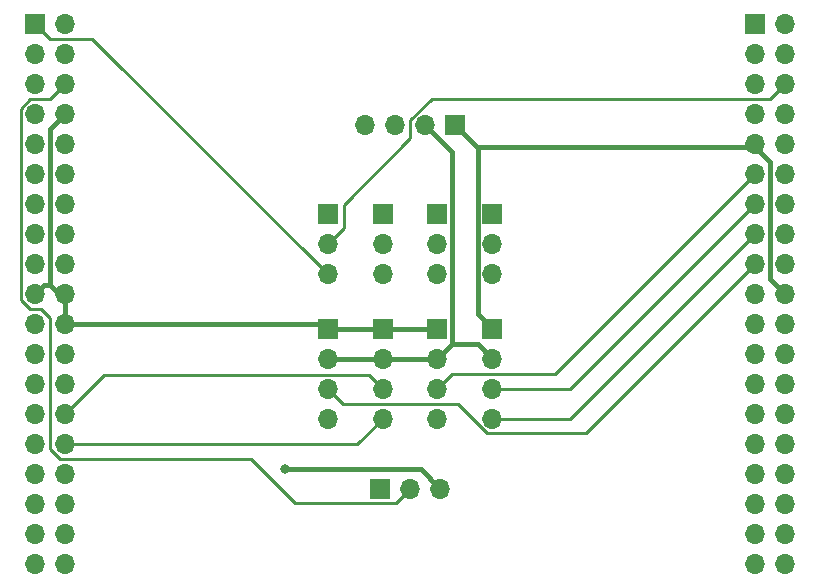
<source format=gbl>
G04 #@! TF.GenerationSoftware,KiCad,Pcbnew,7.0.11+1*
G04 #@! TF.CreationDate,2024-05-23T22:44:02+02:00*
G04 #@! TF.ProjectId,pcb_shield,7063625f-7368-4696-956c-642e6b696361,rev?*
G04 #@! TF.SameCoordinates,Original*
G04 #@! TF.FileFunction,Copper,L2,Bot*
G04 #@! TF.FilePolarity,Positive*
%FSLAX46Y46*%
G04 Gerber Fmt 4.6, Leading zero omitted, Abs format (unit mm)*
G04 Created by KiCad (PCBNEW 7.0.11+1) date 2024-05-23 22:44:02*
%MOMM*%
%LPD*%
G01*
G04 APERTURE LIST*
G04 #@! TA.AperFunction,ComponentPad*
%ADD10R,1.700000X1.700000*%
G04 #@! TD*
G04 #@! TA.AperFunction,ComponentPad*
%ADD11O,1.700000X1.700000*%
G04 #@! TD*
G04 #@! TA.AperFunction,ViaPad*
%ADD12C,0.800000*%
G04 #@! TD*
G04 #@! TA.AperFunction,Conductor*
%ADD13C,0.250000*%
G04 #@! TD*
G04 #@! TA.AperFunction,Conductor*
%ADD14C,0.400000*%
G04 #@! TD*
G04 APERTURE END LIST*
D10*
X143463100Y-88040000D03*
D11*
X143463100Y-90580000D03*
X143463100Y-93120000D03*
X143463100Y-95660000D03*
D10*
X129513100Y-88040000D03*
D11*
X129513100Y-90580000D03*
X129513100Y-93120000D03*
X129513100Y-95660000D03*
D10*
X138813100Y-78340000D03*
D11*
X138813100Y-80880000D03*
X138813100Y-83420000D03*
D10*
X129513100Y-78340000D03*
D11*
X129513100Y-80880000D03*
X129513100Y-83420000D03*
D10*
X133975000Y-101600000D03*
D11*
X136515000Y-101600000D03*
X139055000Y-101600000D03*
D10*
X143463100Y-78340000D03*
D11*
X143463100Y-80880000D03*
X143463100Y-83420000D03*
D10*
X134163100Y-88040000D03*
D11*
X134163100Y-90580000D03*
X134163100Y-93120000D03*
X134163100Y-95660000D03*
D10*
X134163100Y-78340000D03*
D11*
X134163100Y-80880000D03*
X134163100Y-83420000D03*
D10*
X140300000Y-70800000D03*
D11*
X137760000Y-70800000D03*
X135220000Y-70800000D03*
X132680000Y-70800000D03*
D10*
X138813100Y-88040000D03*
D11*
X138813100Y-90580000D03*
X138813100Y-93120000D03*
X138813100Y-95660000D03*
D10*
X165710000Y-62240000D03*
D11*
X168250000Y-62240000D03*
X165710000Y-64780000D03*
X168250000Y-64780000D03*
X165710000Y-67320000D03*
X168250000Y-67320000D03*
X165710000Y-69860000D03*
X168250000Y-69860000D03*
X165710000Y-72400000D03*
X168250000Y-72400000D03*
X165710000Y-74940000D03*
X168250000Y-74940000D03*
X165710000Y-77480000D03*
X168250000Y-77480000D03*
X165710000Y-80020000D03*
X168250000Y-80020000D03*
X165710000Y-82560000D03*
X168250000Y-82560000D03*
X165710000Y-85100000D03*
X168250000Y-85100000D03*
X165710000Y-87640000D03*
X168250000Y-87640000D03*
X165710000Y-90180000D03*
X168250000Y-90180000D03*
X165710000Y-92720000D03*
X168250000Y-92720000D03*
X165710000Y-95260000D03*
X168250000Y-95260000D03*
X165710000Y-97800000D03*
X168250000Y-97800000D03*
X165710000Y-100340000D03*
X168250000Y-100340000D03*
X165710000Y-102880000D03*
X168250000Y-102880000D03*
X165710000Y-105420000D03*
X168250000Y-105420000D03*
X165710000Y-107960000D03*
X168250000Y-107960000D03*
D10*
X104750000Y-62240000D03*
D11*
X107290000Y-62240000D03*
X104750000Y-64780000D03*
X107290000Y-64780000D03*
X104750000Y-67320000D03*
X107290000Y-67320000D03*
X104750000Y-69860000D03*
X107290000Y-69860000D03*
X104750000Y-72400000D03*
X107290000Y-72400000D03*
X104750000Y-74940000D03*
X107290000Y-74940000D03*
X104750000Y-77480000D03*
X107290000Y-77480000D03*
X104750000Y-80020000D03*
X107290000Y-80020000D03*
X104750000Y-82560000D03*
X107290000Y-82560000D03*
X104750000Y-85100000D03*
X107290000Y-85100000D03*
X104750000Y-87640000D03*
X107290000Y-87640000D03*
X104750000Y-90180000D03*
X107290000Y-90180000D03*
X104750000Y-92720000D03*
X107290000Y-92720000D03*
X104750000Y-95260000D03*
X107290000Y-95260000D03*
X104750000Y-97800000D03*
X107290000Y-97800000D03*
X104750000Y-100340000D03*
X107290000Y-100340000D03*
X104750000Y-102880000D03*
X107290000Y-102880000D03*
X104750000Y-105420000D03*
X107290000Y-105420000D03*
X104750000Y-107960000D03*
X107290000Y-107960000D03*
D12*
X125882500Y-99931200D03*
D13*
X165710000Y-82560000D02*
X151374800Y-96895200D01*
X130783100Y-94390000D02*
X129513100Y-93120000D01*
X151374800Y-96895200D02*
X143021100Y-96895200D01*
X143021100Y-96895200D02*
X140515900Y-94390000D01*
X140515900Y-94390000D02*
X130783100Y-94390000D01*
X130877700Y-79515400D02*
X129513100Y-80880000D01*
X136490000Y-71932600D02*
X130877700Y-77544900D01*
X130877700Y-77544900D02*
X130877700Y-79515400D01*
X138322200Y-68564300D02*
X136490000Y-70396500D01*
X168250000Y-67320000D02*
X167005700Y-68564300D01*
X136490000Y-70396500D02*
X136490000Y-71932600D01*
X167005700Y-68564300D02*
X138322200Y-68564300D01*
X107290000Y-67320000D02*
X106020000Y-68590000D01*
X106859100Y-99070000D02*
X123010700Y-99070000D01*
X123010700Y-99070000D02*
X126717600Y-102776900D01*
X135338100Y-102776900D02*
X136515000Y-101600000D01*
X104318900Y-86370000D02*
X105222600Y-86370000D01*
X103543300Y-85594400D02*
X104318900Y-86370000D01*
X106020000Y-68590000D02*
X104355600Y-68590000D01*
X104355600Y-68590000D02*
X103543300Y-69402300D01*
X103543300Y-69402300D02*
X103543300Y-85594400D01*
X126717600Y-102776900D02*
X135338100Y-102776900D01*
X106020000Y-98230900D02*
X106859100Y-99070000D01*
X106020000Y-87167400D02*
X106020000Y-98230900D01*
X105222600Y-86370000D02*
X106020000Y-87167400D01*
X106020000Y-63510000D02*
X109603100Y-63510000D01*
X109603100Y-63510000D02*
X129513100Y-83420000D01*
X104750000Y-62240000D02*
X106020000Y-63510000D01*
D14*
X104750000Y-85100000D02*
X105497600Y-84352400D01*
X166980000Y-73969100D02*
X165710000Y-72699100D01*
X129113100Y-87640000D02*
X129513100Y-88040000D01*
X142205900Y-86782800D02*
X142205900Y-72705900D01*
X165710000Y-72699100D02*
X142212700Y-72699100D01*
X166980000Y-83830000D02*
X166980000Y-73969100D01*
X134163100Y-88040000D02*
X138813100Y-88040000D01*
X129513100Y-88040000D02*
X134163100Y-88040000D01*
X165710000Y-72699100D02*
X165710000Y-72400000D01*
X107290000Y-85100000D02*
X106767600Y-85100000D01*
X106767600Y-85100000D02*
X106020000Y-84352400D01*
X107290000Y-87640000D02*
X107290000Y-85100000D01*
X142205900Y-72705900D02*
X140300000Y-70800000D01*
X105497600Y-84352400D02*
X106020000Y-84352400D01*
X106020000Y-71130000D02*
X107290000Y-69860000D01*
X106020000Y-84352400D02*
X106020000Y-71130000D01*
X107290000Y-87640000D02*
X129113100Y-87640000D01*
X142212700Y-72699100D02*
X142205900Y-72705900D01*
X168250000Y-85100000D02*
X166980000Y-83830000D01*
X143463100Y-88040000D02*
X142205900Y-86782800D01*
D13*
X107290000Y-95260000D02*
X110606900Y-91943100D01*
X132986200Y-91943100D02*
X134163100Y-93120000D01*
X110606900Y-91943100D02*
X132986200Y-91943100D01*
X132023100Y-97800000D02*
X134163100Y-95660000D01*
X107290000Y-97800000D02*
X132023100Y-97800000D01*
X148800000Y-91850000D02*
X140083100Y-91850000D01*
X165710000Y-74940000D02*
X148800000Y-91850000D01*
X140083100Y-91850000D02*
X138813100Y-93120000D01*
D14*
X134163100Y-90580000D02*
X138813100Y-90580000D01*
X140065000Y-89328100D02*
X138813100Y-90580000D01*
X137760000Y-70800000D02*
X140065000Y-73105000D01*
X140065000Y-89328100D02*
X142211200Y-89328100D01*
X140065000Y-73105000D02*
X140065000Y-89328100D01*
X142211200Y-89328100D02*
X143463100Y-90580000D01*
X129513100Y-90580000D02*
X134163100Y-90580000D01*
D13*
X165710000Y-77480000D02*
X150070000Y-93120000D01*
X150070000Y-93120000D02*
X143463100Y-93120000D01*
X150070000Y-95660000D02*
X143463100Y-95660000D01*
X165710000Y-80020000D02*
X150070000Y-95660000D01*
D14*
X139055000Y-101600000D02*
X137386200Y-99931200D01*
X137386200Y-99931200D02*
X125882500Y-99931200D01*
M02*

</source>
